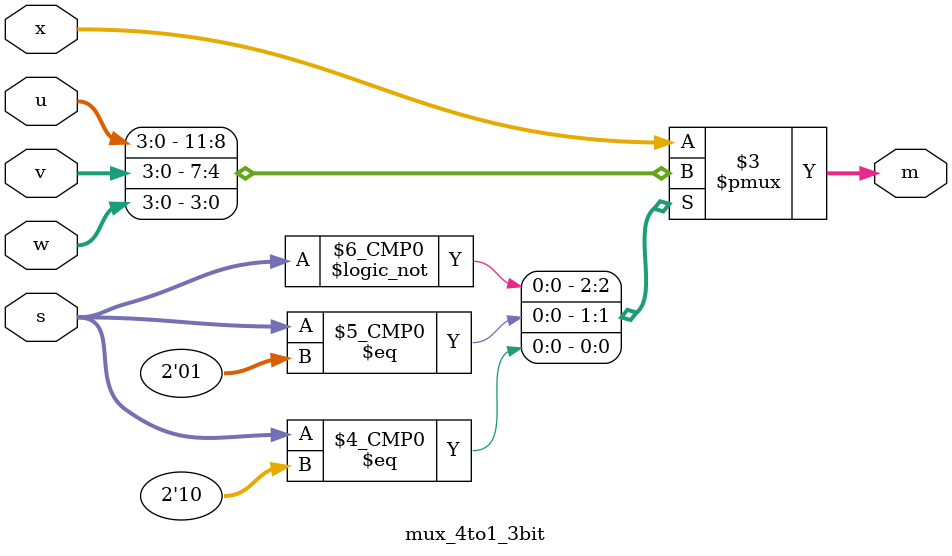
<source format=v>
module mux_4to1_3bit (m,s,u,v,w,x);
input[3:0] u,v,w,x;
input[1:0] s;
output reg[3:0] m;

always @(s or u or v or w or x)
begin
    case(s)
        2'b00: m=u;
        2'b01: m=v;
        2'b10: m=w;
        default: m=x;
    endcase
end
endmodule
</source>
